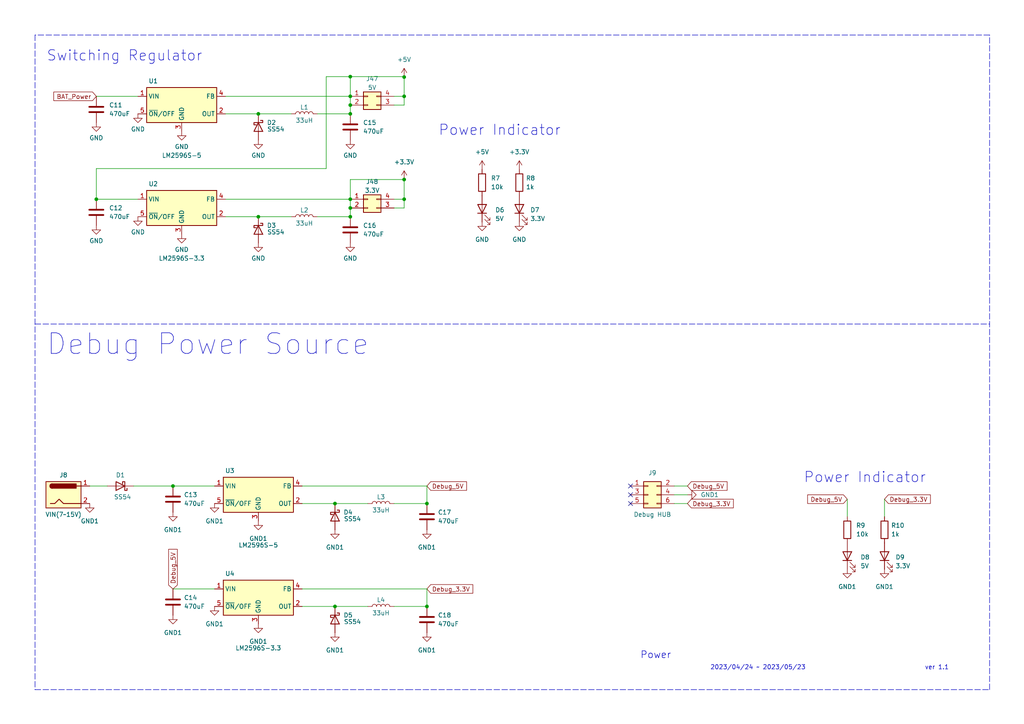
<source format=kicad_sch>
(kicad_sch (version 20250114) (generator "eeschema") (generator_version "9.0")
  (paper "A4")
  (lib_symbols
    (symbol "Connector:Jack-DC" (pin_names (offset 1.016))
      (property "Reference" "J" (at 0 5.334 0))
      (property "Value" "Jack-DC" (at 0 -5.08 0))
      (symbol "Jack-DC_0_1"
        (rectangle (start -5.08 3.81) (end 5.08 -3.81) (stroke (width 0.254)) (fill (type background)))
        (polyline (pts (xy -3.81 -2.54) (xy -2.54 -2.54) (xy -1.27 -1.27) (xy 0 -2.54) (xy 2.54 -2.54) (xy 5.08 -2.54)) (stroke (width 0.254)))
        (arc (start -3.302 1.905) (mid -3.9342 2.54) (end -3.302 3.175) (stroke (width 0.254)))
        (arc (start -3.302 1.905) (mid -3.9342 2.54) (end -3.302 3.175) (stroke (width 0.254)) (fill (type outline)))
        (rectangle (start 3.683 3.175) (end -3.302 1.905) (stroke (width 0.254)) (fill (type outline)))
        (polyline (pts (xy 5.08 2.54) (xy 3.81 2.54)) (stroke (width 0.254)))
      )
      (symbol "Jack-DC_1_1"
        (pin passive line (at 7.62 2.54 180) (length 2.54) (name "~") (number "1"))
        (pin passive line (at 7.62 -2.54 180) (length 2.54) (name "~") (number "2"))
      )
    )
    (symbol "Connector_Generic:Conn_02x02_Counter_Clockwise" (pin_names (offset 1.016) (hide yes))
      (property "Reference" "J" (at 1.27 2.54 0))
      (property "Value" "Conn_02x02_Counter_Clockwise" (at 1.27 -5.08 0))
      (symbol "Conn_02x02_Counter_Clockwise_1_1"
        (rectangle (start -1.27 1.27) (end 3.81 -3.81) (stroke (width 0.254)) (fill (type background)))
        (rectangle (start -1.27 0.127) (end 0 -0.127) (stroke (width 0.1524)))
        (rectangle (start -1.27 -2.413) (end 0 -2.667) (stroke (width 0.1524)))
        (rectangle (start 3.81 0.127) (end 2.54 -0.127) (stroke (width 0.1524)))
        (rectangle (start 3.81 -2.413) (end 2.54 -2.667) (stroke (width 0.1524)))
        (pin passive line (at -5.08 0 0) (length 3.81) (name "Pin_1") (number "1"))
        (pin passive line (at -5.08 -2.54 0) (length 3.81) (name "Pin_2") (number "2"))
        (pin passive line (at 7.62 0 180) (length 3.81) (name "Pin_4") (number "4"))
        (pin passive line (at 7.62 -2.54 180) (length 3.81) (name "Pin_3") (number "3"))
      )
    )
    (symbol "Connector_Generic:Conn_02x03_Odd_Even" (pin_names (offset 1.016) (hide yes))
      (property "Reference" "J" (at 1.27 5.08 0))
      (property "Value" "Conn_02x03_Odd_Even" (at 1.27 -5.08 0))
      (symbol "Conn_02x03_Odd_Even_1_1"
        (rectangle (start -1.27 3.81) (end 3.81 -3.81) (stroke (width 0.254)) (fill (type background)))
        (rectangle (start -1.27 2.667) (end 0 2.413) (stroke (width 0.1524)))
        (rectangle (start -1.27 0.127) (end 0 -0.127) (stroke (width 0.1524)))
        (rectangle (start -1.27 -2.413) (end 0 -2.667) (stroke (width 0.1524)))
        (rectangle (start 3.81 2.667) (end 2.54 2.413) (stroke (width 0.1524)))
        (rectangle (start 3.81 0.127) (end 2.54 -0.127) (stroke (width 0.1524)))
        (rectangle (start 3.81 -2.413) (end 2.54 -2.667) (stroke (width 0.1524)))
        (pin passive line (at -5.08 2.54 0) (length 3.81) (name "Pin_1") (number "1"))
        (pin passive line (at -5.08 0 0) (length 3.81) (name "Pin_3") (number "3"))
        (pin passive line (at -5.08 -2.54 0) (length 3.81) (name "Pin_5") (number "5"))
        (pin passive line (at 7.62 2.54 180) (length 3.81) (name "Pin_2") (number "2"))
        (pin passive line (at 7.62 0 180) (length 3.81) (name "Pin_4") (number "4"))
        (pin passive line (at 7.62 -2.54 180) (length 3.81) (name "Pin_6") (number "6"))
      )
    )
    (symbol "Device:C" (pin_numbers (hide yes)) (pin_names (offset 0.254))
      (property "Reference" "C" (at 0.635 2.54 0))
      (property "Value" "C" (at 0.635 -2.54 0))
      (symbol "C_0_1"
        (polyline (pts (xy -2.032 0.762) (xy 2.032 0.762)) (stroke (width 0.508)))
        (polyline (pts (xy -2.032 -0.762) (xy 2.032 -0.762)) (stroke (width 0.508)))
      )
      (symbol "C_1_1"
        (pin passive line (at 0 3.81 270) (length 2.794) (name "~") (number "1"))
        (pin passive line (at 0 -3.81 90) (length 2.794) (name "~") (number "2"))
      )
    )
    (symbol "Device:L" (pin_numbers (hide yes)) (pin_names (offset 1.016) (hide yes))
      (property "Reference" "L" (at -1.27 0 90))
      (property "Value" "L" (at 1.905 0 90))
      (symbol "L_0_1"
        (arc (start 0 2.54) (mid 0.6323 1.905) (end 0 1.27))
        (arc (start 0 1.27) (mid 0.6323 0.635) (end 0 0))
        (arc (start 0 0) (mid 0.6323 -0.635) (end 0 -1.27))
        (arc (start 0 -1.27) (mid 0.6323 -1.905) (end 0 -2.54))
      )
      (symbol "L_1_1"
        (pin passive line (at 0 3.81 270) (length 1.27) (name "1") (number "1"))
        (pin passive line (at 0 -3.81 90) (length 1.27) (name "2") (number "2"))
      )
    )
    (symbol "Device:LED" (pin_numbers (hide yes)) (pin_names (offset 1.016) (hide yes))
      (property "Reference" "D" (at 0 2.54 0))
      (property "Value" "LED" (at 0 -2.54 0))
      (symbol "LED_0_1"
        (polyline (pts (xy -3.048 -0.762) (xy -4.572 -2.286) (xy -3.81 -2.286) (xy -4.572 -2.286) (xy -4.572 -1.524)))
        (polyline (pts (xy -1.778 -0.762) (xy -3.302 -2.286) (xy -2.54 -2.286) (xy -3.302 -2.286) (xy -3.302 -1.524)))
        (polyline (pts (xy -1.27 0) (xy 1.27 0)))
        (polyline (pts (xy -1.27 -1.27) (xy -1.27 1.27)) (stroke (width 0.254)))
        (polyline (pts (xy 1.27 -1.27) (xy 1.27 1.27) (xy -1.27 0) (xy 1.27 -1.27)) (stroke (width 0.254)))
      )
      (symbol "LED_1_1"
        (pin passive line (at -3.81 0 0) (length 2.54) (name "K") (number "1"))
        (pin passive line (at 3.81 0 180) (length 2.54) (name "A") (number "2"))
      )
    )
    (symbol "Device:R" (pin_numbers (hide yes)) (pin_names (offset 0))
      (property "Reference" "R" (at 2.032 0 90))
      (property "Value" "R" (at 0 0 90))
      (symbol "R_0_1"
        (rectangle (start -1.016 -2.54) (end 1.016 2.54) (stroke (width 0.254)))
      )
      (symbol "R_1_1"
        (pin passive line (at 0 3.81 270) (length 1.27) (name "~") (number "1"))
        (pin passive line (at 0 -3.81 90) (length 1.27) (name "~") (number "2"))
      )
    )
    (symbol "Diode:1N5821" (pin_numbers (hide yes)) (pin_names (offset 1.016) (hide yes))
      (property "Reference" "D" (at 0 2.54 0))
      (property "Value" "1N5821" (at 0 -2.54 0))
      (symbol "1N5821_0_1"
        (polyline (pts (xy -1.905 0.635) (xy -1.905 1.27) (xy -1.27 1.27) (xy -1.27 -1.27) (xy -0.635 -1.27) (xy -0.635 -0.635)) (stroke (width 0.254)))
        (polyline (pts (xy 1.27 1.27) (xy 1.27 -1.27) (xy -1.27 0) (xy 1.27 1.27)) (stroke (width 0.254)))
        (polyline (pts (xy 1.27 0) (xy -1.27 0)))
      )
      (symbol "1N5821_1_1"
        (pin passive line (at -3.81 0 0) (length 2.54) (name "K") (number "1"))
        (pin passive line (at 3.81 0 180) (length 2.54) (name "A") (number "2"))
      )
    )
    (symbol "Regulator_Switching:LM2596S-3.3"
      (property "Reference" "U" (at -10.16 6.35 0))
      (property "Value" "LM2596S-3.3" (at 0 6.35 0))
      (symbol "LM2596S-3.3_0_1"
        (rectangle (start -10.16 5.08) (end 10.16 -5.08) (stroke (width 0.254)) (fill (type background)))
      )
      (symbol "LM2596S-3.3_1_1"
        (pin power_in line (at -12.7 2.54 0) (length 2.54) (name "VIN") (number "1"))
        (pin input line (at -12.7 -2.54 0) (length 2.54) (name "~{ON}/OFF") (number "5"))
        (pin power_in line (at 0 -7.62 90) (length 2.54) (name "GND") (number "3"))
        (pin input line (at 12.7 2.54 180) (length 2.54) (name "FB") (number "4"))
        (pin output line (at 12.7 -2.54 180) (length 2.54) (name "OUT") (number "2"))
      )
    )
    (symbol "Regulator_Switching:LM2596S-5"
      (property "Reference" "U" (at -10.16 6.35 0))
      (property "Value" "LM2596S-5" (at 0 6.35 0))
      (symbol "LM2596S-5_0_1"
        (rectangle (start -10.16 5.08) (end 10.16 -5.08) (stroke (width 0.254)) (fill (type background)))
      )
      (symbol "LM2596S-5_1_1"
        (pin power_in line (at -12.7 2.54 0) (length 2.54) (name "VIN") (number "1"))
        (pin input line (at -12.7 -2.54 0) (length 2.54) (name "~{ON}/OFF") (number "5"))
        (pin power_in line (at 0 -7.62 90) (length 2.54) (name "GND") (number "3"))
        (pin input line (at 12.7 2.54 180) (length 2.54) (name "FB") (number "4"))
        (pin output line (at 12.7 -2.54 180) (length 2.54) (name "OUT") (number "2"))
      )
    )
    (symbol "nixie-cache:+5V" (power) (pin_names (offset 0))
      (property "Value" "+5V" (at 0 3.556 0))
      (symbol "+5V_0_1"
        (polyline (pts (xy -0.762 1.27) (xy 0 2.54)))
        (polyline (pts (xy 0 2.54) (xy 0.762 1.27)))
        (polyline (pts (xy 0 0) (xy 0 2.54)))
      )
      (symbol "+5V_1_1"
        (pin power_in line (at 0 0 90) (length 0) (hide yes) (name "+5V") (number "1"))
      )
    )
    (symbol "nixie-cache:GND" (power) (pin_names (offset 0))
      (property "Value" "GND" (at 0 -3.81 0))
      (symbol "GND_0_1"
        (polyline (pts (xy 0 0) (xy 0 -1.27) (xy 1.27 -1.27) (xy 0 -2.54) (xy -1.27 -1.27) (xy 0 -1.27)))
      )
      (symbol "GND_1_1"
        (pin power_in line (at 0 0 270) (length 0) (hide yes) (name "GND") (number "1"))
      )
    )
    (symbol "power:+3.3V" (power) (pin_names (offset 0))
      (property "Value" "+3.3V" (at 0 3.556 0))
      (symbol "+3.3V_0_1"
        (polyline (pts (xy -0.762 1.27) (xy 0 2.54)))
        (polyline (pts (xy 0 2.54) (xy 0.762 1.27)))
        (polyline (pts (xy 0 0) (xy 0 2.54)))
      )
      (symbol "+3.3V_1_1"
        (pin power_in line (at 0 0 90) (length 0) (hide yes) (name "+3.3V") (number "1"))
      )
    )
    (symbol "power:GND" (power) (pin_names (offset 0))
      (property "Value" "GND" (at 0 -3.81 0))
      (symbol "GND_0_1"
        (polyline (pts (xy 0 0) (xy 0 -1.27) (xy 1.27 -1.27) (xy 0 -2.54) (xy -1.27 -1.27) (xy 0 -1.27)))
      )
      (symbol "GND_1_1"
        (pin power_in line (at 0 0 270) (length 0) (hide yes) (name "GND") (number "1"))
      )
    )
    (symbol "power:GND1" (power) (pin_names (offset 0))
      (property "Value" "GND1" (at 0 -3.81 0))
      (symbol "GND1_0_1"
        (polyline (pts (xy 0 0) (xy 0 -1.27) (xy 1.27 -1.27) (xy 0 -2.54) (xy -1.27 -1.27) (xy 0 -1.27)))
      )
      (symbol "GND1_1_1"
        (pin power_in line (at 0 0 270) (length 0) (hide yes) (name "GND1") (number "1"))
      )
    )
  )
  (text "Power Indicator" (at 233.045 140.335 0) (effects (font (size 3 3)) (justify left bottom)))
  (text "Debug Power Source" (at 13.335 103.505 0) (effects (font (size 6 6)) (justify left bottom)))
  (text "ver 1.1" (at 268.224 194.437 0) (effects (font (size 1.27 1.27)) (justify left bottom)))
  (text "2023/04/24 ~ 2023/05/23" (at 205.994 194.437 0) (effects (font (size 1.27 1.27)) (justify left bottom)))
  (text "Power" (at 185.674 191.262 0) (effects (font (size 2 2)) (justify left bottom)))
  (text "Power Indicator" (at 127.127 39.624 0) (effects (font (size 3 3)) (justify left bottom)))
  (text "Switching Regulator" (at 13.462 18.034 0) (effects (font (size 3 3)) (justify left bottom)))
  (junction (at 101.6 33.02))
  (junction (at 117.221 22.352))
  (junction (at 27.94 57.785))
  (junction (at 97.155 146.05))
  (junction (at 101.6 22.225))
  (junction (at 101.6 30.48))
  (junction (at 74.93 33.02))
  (junction (at 101.6 27.94))
  (junction (at 123.825 146.05))
  (junction (at 97.155 175.895))
  (junction (at 101.6 60.325))
  (junction (at 123.825 175.895))
  (junction (at 117.221 52.07))
  (junction (at 117.221 57.785))
  (junction (at 101.6 62.865))
  (junction (at 74.93 62.865))
  (junction (at 50.165 140.97))
  (junction (at 101.6 57.785))
  (junction (at 117.221 27.94))
  (no_connect (at 182.88 146.05))
  (no_connect (at 182.88 140.97))
  (no_connect (at 182.88 143.51))
  (polyline (pts (xy 10.16 200.025) (xy 118.11 200.025)) (stroke (width 0) (type dash)))
  (wire (pts (xy 101.6 22.225) (xy 94.615 22.225)))
  (wire (pts (xy 245.745 144.78) (xy 245.745 149.86)))
  (wire (pts (xy 114.3 57.785) (xy 117.221 57.785)))
  (wire (pts (xy 101.6 30.48) (xy 101.6 33.02)))
  (wire (pts (xy 117.221 22.352) (xy 117.221 27.94)))
  (wire (pts (xy 27.94 27.94) (xy 40.005 27.94)))
  (wire (pts (xy 50.165 140.97) (xy 62.23 140.97)))
  (wire (pts (xy 199.39 143.51) (xy 195.58 143.51)))
  (wire (pts (xy 65.405 57.785) (xy 101.6 57.785)))
  (wire (pts (xy 92.075 62.865) (xy 101.6 62.865)))
  (wire (pts (xy 94.615 22.225) (xy 94.615 48.895)))
  (wire (pts (xy 74.93 62.865) (xy 84.455 62.865)))
  (polyline (pts (xy 10.16 93.98) (xy 287.02 93.98)) (stroke (width 0) (type dash)))
  (wire (pts (xy 97.155 146.05) (xy 106.68 146.05)))
  (wire (pts (xy 101.6 57.785) (xy 101.6 60.325)))
  (wire (pts (xy 74.93 33.02) (xy 84.455 33.02)))
  (wire (pts (xy 101.6 52.07) (xy 101.6 57.785)))
  (wire (pts (xy 94.615 48.895) (xy 27.94 48.895)))
  (wire (pts (xy 26.035 140.97) (xy 31.115 140.97)))
  (polyline (pts (xy 287.02 200.025) (xy 287.02 10.16)) (stroke (width 0) (type dash)))
  (polyline (pts (xy 118.11 200.025) (xy 287.02 200.025)) (stroke (width 0) (type dash)))
  (wire (pts (xy 101.6 60.325) (xy 101.6 62.865)))
  (wire (pts (xy 256.54 144.78) (xy 256.54 149.86)))
  (wire (pts (xy 27.94 48.895) (xy 27.94 57.785)))
  (polyline (pts (xy 10.16 10.16) (xy 10.16 200.025)) (stroke (width 0) (type dash)))
  (wire (pts (xy 114.3 175.895) (xy 123.825 175.895)))
  (wire (pts (xy 65.405 62.865) (xy 74.93 62.865)))
  (wire (pts (xy 97.155 175.895) (xy 106.68 175.895)))
  (wire (pts (xy 101.6 27.94) (xy 101.6 30.48)))
  (wire (pts (xy 114.3 27.94) (xy 117.221 27.94)))
  (wire (pts (xy 50.165 170.815) (xy 62.23 170.815)))
  (wire (pts (xy 87.63 170.815) (xy 123.825 170.815)))
  (wire (pts (xy 92.075 33.02) (xy 101.6 33.02)))
  (polyline (pts (xy 287.02 10.16) (xy 10.16 10.16)) (stroke (width 0) (type dash)))
  (wire (pts (xy 199.39 140.97) (xy 195.58 140.97)))
  (wire (pts (xy 117.221 52.07) (xy 117.221 57.785)))
  (wire (pts (xy 87.63 146.05) (xy 97.155 146.05)))
  (wire (pts (xy 117.221 22.225) (xy 117.221 22.352)))
  (wire (pts (xy 117.221 60.325) (xy 114.3 60.325)))
  (wire (pts (xy 38.735 140.97) (xy 50.165 140.97)))
  (wire (pts (xy 101.6 52.07) (xy 117.221 52.07)))
  (wire (pts (xy 123.825 140.97) (xy 123.825 146.05)))
  (wire (pts (xy 65.405 33.02) (xy 74.93 33.02)))
  (wire (pts (xy 87.63 175.895) (xy 97.155 175.895)))
  (wire (pts (xy 27.94 57.785) (xy 40.005 57.785)))
  (wire (pts (xy 114.3 146.05) (xy 123.825 146.05)))
  (wire (pts (xy 117.221 30.48) (xy 114.3 30.48)))
  (wire (pts (xy 199.39 146.05) (xy 195.58 146.05)))
  (wire (pts (xy 123.825 170.815) (xy 123.825 175.895)))
  (wire (pts (xy 87.63 140.97) (xy 123.825 140.97)))
  (wire (pts (xy 117.221 27.94) (xy 117.221 30.48)))
  (wire (pts (xy 101.6 22.225) (xy 117.221 22.225)))
  (wire (pts (xy 65.405 27.94) (xy 101.6 27.94)))
  (wire (pts (xy 101.6 27.94) (xy 101.6 22.225)))
  (wire (pts (xy 117.221 57.785) (xy 117.221 60.325)))
  (global_label "Debug_5V" (shape input) (at 199.39 140.97 0) (property "Intersheetrefs" "${INTERSHEET_REFS}" (effects (hide yes))))
  (global_label "Debug_3.3V" (shape input) (at 256.54 144.78 0) (property "Intersheetrefs" "${INTERSHEET_REFS}" (effects (hide yes))))
  (global_label "BAT_Power" (shape input) (at 27.94 27.94 180) (property "Intersheetrefs" "${INTERSHEET_REFS}" (effects (hide yes))))
  (global_label "Debug_3.3V" (shape input) (at 123.825 170.815 0) (property "Intersheetrefs" "${INTERSHEET_REFS}" (effects (hide yes))))
  (global_label "Debug_3.3V" (shape input) (at 199.39 146.05 0) (property "Intersheetrefs" "${INTERSHEET_REFS}" (effects (hide yes))))
  (global_label "Debug_5V" (shape input) (at 245.745 144.78 180) (property "Intersheetrefs" "${INTERSHEET_REFS}" (effects (hide yes))))
  (global_label "Debug_5V" (shape input) (at 123.825 140.97 0) (property "Intersheetrefs" "${INTERSHEET_REFS}" (effects (hide yes))))
  (global_label "Debug_5V" (shape input) (at 50.165 170.815 90) (property "Intersheetrefs" "${INTERSHEET_REFS}" (effects (hide yes))))
  (symbol (lib_id "power:GND1") (at 62.23 175.895 0) (unit 1)
    (property "Reference" "#PWR0150" (effects (hide yes)))
    (property "Value" "GND1" (at 62.23 180.975 0))
  )
  (symbol (lib_id "power:GND1") (at 199.39 143.51 90) (unit 1)
    (property "Reference" "#PWR0168" (effects (hide yes)))
    (property "Value" "GND1" (at 203.2 143.5099 90) (effects (justify right)))
  )
  (symbol (lib_id "nixie-cache:GND") (at 52.705 38.1 0) (mirror y) (unit 1)
    (property "Reference" "#PWR0140" (effects (hide yes)))
    (property "Value" "GND" (at 52.705 42.545 0))
  )
  (symbol (lib_id "nixie-cache:GND") (at 40.005 33.02 0) (mirror y) (unit 1)
    (property "Reference" "#PWR0142" (effects (hide yes)))
    (property "Value" "GND" (at 40.005 37.465 0))
  )
  (symbol (lib_id "Device:L") (at 110.49 175.895 90) (unit 1)
    (property "Reference" "L4" (at 110.49 173.99 90))
    (property "Value" "33uH" (at 110.49 177.8 90))
    (property "Footprint" "Inductor_SMD:L_12x12mm_H8mm" (effects (hide yes)))
  )
  (symbol (lib_id "Device:L") (at 88.265 33.02 90) (unit 1)
    (property "Reference" "L1" (at 88.265 31.115 90))
    (property "Value" "33uH" (at 88.265 34.925 90))
    (property "Footprint" "Inductor_SMD:L_12x12mm_H8mm" (effects (hide yes)))
  )
  (symbol (lib_id "power:+3.3V") (at 117.221 52.07 0) (unit 1)
    (property "Reference" "#PWR0117" (effects (hide yes)))
    (property "Value" "+3.3V" (at 117.221 46.99 0))
  )
  (symbol (lib_id "nixie-cache:GND") (at 74.93 70.485 0) (mirror y) (unit 1)
    (property "Reference" "#PWR0139" (effects (hide yes)))
    (property "Value" "GND" (at 74.93 74.93 0))
  )
  (symbol (lib_id "power:GND1") (at 62.23 146.05 0) (unit 1)
    (property "Reference" "#PWR0153" (effects (hide yes)))
    (property "Value" "GND1" (at 62.23 151.13 0))
  )
  (symbol (lib_id "Regulator_Switching:LM2596S-3.3") (at 74.93 173.355 0) (unit 1)
    (property "Reference" "U4" (at 66.675 166.37 0))
    (property "Value" "LM2596S-3.3" (at 74.93 187.96 0))
    (property "Footprint" "Package_TO_SOT_SMD:TO-263-5_TabPin3" (effects (hide yes)))
    (property "Datasheet" "http://www.ti.com/lit/ds/symlink/lm2596.pdf" (effects (hide yes)))
  )
  (symbol (lib_id "Device:C") (at 123.825 149.86 0) (unit 1)
    (property "Reference" "C17" (at 127 148.5899 0) (effects (justify left)))
    (property "Value" "470uF" (at 127 151.1299 0) (effects (justify left)))
    (property "Footprint" "PCB:MVG25WV470M" (effects (hide yes)))
  )
  (symbol (lib_id "Device:C") (at 101.6 66.675 0) (unit 1)
    (property "Reference" "C16" (at 105.283 65.4049 0) (effects (justify left)))
    (property "Value" "470uF" (at 105.283 67.9449 0) (effects (justify left)))
    (property "Footprint" "PCB:MVG25WV470M" (effects (hide yes)))
  )
  (symbol (lib_id "power:GND") (at 139.827 64.389 0) (unit 1)
    (property "Reference" "#PWR0161" (effects (hide yes)))
    (property "Value" "GND" (at 139.827 69.469 0))
  )
  (symbol (lib_id "nixie-cache:GND") (at 101.6 70.485 0) (unit 1)
    (property "Reference" "#PWR0138" (effects (hide yes)))
    (property "Value" "GND" (at 101.6 74.93 0))
  )
  (symbol (lib_id "Diode:1N5821") (at 97.155 149.86 270) (unit 1)
    (property "Reference" "D4" (at 100.965 148.59 90))
    (property "Value" "SS54" (at 102.235 150.495 90))
    (property "Footprint" "PCB:SS54" (effects (hide yes)))
    (property "Datasheet" "http://www.vishay.com/docs/88526/1n5820.pdf" (effects (hide yes)))
  )
  (symbol (lib_id "Device:LED") (at 150.622 60.579 90) (unit 1)
    (property "Reference" "D7" (at 153.797 60.8964 90) (effects (justify right)))
    (property "Value" "3.3V" (at 153.797 63.4364 90) (effects (justify right)))
    (property "Footprint" "LED_SMD:LED_0805_2012Metric" (effects (hide yes)))
  )
  (symbol (lib_id "Regulator_Switching:LM2596S-5") (at 74.93 143.51 0) (unit 1)
    (property "Reference" "U3" (at 66.675 136.525 0))
    (property "Value" "LM2596S-5" (at 74.93 158.115 0))
    (property "Footprint" "Package_TO_SOT_SMD:TO-263-5_TabPin3" (effects (hide yes)))
    (property "Datasheet" "http://www.ti.com/lit/ds/symlink/lm2596.pdf" (effects (hide yes)))
  )
  (symbol (lib_id "power:GND") (at 150.622 64.389 0) (unit 1)
    (property "Reference" "#PWR0162" (effects (hide yes)))
    (property "Value" "GND" (at 150.622 69.469 0))
  )
  (symbol (lib_id "Device:R") (at 256.54 153.67 0) (unit 1)
    (property "Reference" "R10" (at 258.445 152.3999 0) (effects (justify left)))
    (property "Value" "1k" (at 258.445 154.9399 0) (effects (justify left)))
    (property "Footprint" "Resistor_SMD:R_0805_2012Metric" (effects (hide yes)))
  )
  (symbol (lib_id "Device:LED") (at 245.745 161.29 90) (unit 1)
    (property "Reference" "D8" (at 249.555 161.6074 90) (effects (justify right)))
    (property "Value" "5V" (at 249.555 164.1474 90) (effects (justify right)))
    (property "Footprint" "LED_SMD:LED_0805_2012Metric" (effects (hide yes)))
  )
  (symbol (lib_id "power:GND1") (at 123.825 183.515 0) (unit 1)
    (property "Reference" "#PWR0163" (effects (hide yes)))
    (property "Value" "GND1" (at 123.825 188.595 0))
  )
  (symbol (lib_id "power:GND1") (at 74.93 180.975 0) (unit 1)
    (property "Reference" "#PWR0155" (effects (hide yes)))
    (property "Value" "GND1" (at 74.93 186.055 0))
  )
  (symbol (lib_id "nixie-cache:GND") (at 27.94 35.56 0) (mirror y) (unit 1)
    (property "Reference" "#PWR0141" (effects (hide yes)))
    (property "Value" "GND" (at 27.94 40.005 0))
  )
  (symbol (lib_id "Device:R") (at 245.745 153.67 0) (unit 1)
    (property "Reference" "R9" (at 248.285 152.3999 0) (effects (justify left)))
    (property "Value" "10k" (at 248.285 154.9399 0) (effects (justify left)))
    (property "Footprint" "Resistor_SMD:R_0805_2012Metric" (effects (hide yes)))
  )
  (symbol (lib_id "Diode:1N5821") (at 97.155 179.705 270) (unit 1)
    (property "Reference" "D5" (at 100.965 178.435 90))
    (property "Value" "SS54" (at 102.235 180.34 90))
    (property "Footprint" "PCB:SS54" (effects (hide yes)))
    (property "Datasheet" "http://www.vishay.com/docs/88526/1n5820.pdf" (effects (hide yes)))
  )
  (symbol (lib_id "Device:C") (at 50.165 144.78 0) (mirror y) (unit 1)
    (property "Reference" "C13" (at 53.34 143.5099 0) (effects (justify right)))
    (property "Value" "470uF" (at 53.34 146.0499 0) (effects (justify right)))
    (property "Footprint" "PCB:MVG25WV470M" (effects (hide yes)))
  )
  (symbol (lib_id "Device:R") (at 150.622 52.959 0) (unit 1)
    (property "Reference" "R8" (at 152.527 51.6889 0) (effects (justify left)))
    (property "Value" "1k" (at 152.527 54.2289 0) (effects (justify left)))
    (property "Footprint" "Resistor_SMD:R_0805_2012Metric" (effects (hide yes)))
  )
  (symbol (lib_id "Device:L") (at 88.265 62.865 90) (unit 1)
    (property "Reference" "L2" (at 88.265 60.96 90))
    (property "Value" "33uH" (at 88.265 64.77 90))
    (property "Footprint" "Inductor_SMD:L_12x12mm_H8mm" (effects (hide yes)))
  )
  (symbol (lib_id "Device:C") (at 27.94 61.595 0) (mirror y) (unit 1)
    (property "Reference" "C12" (at 31.623 60.3249 0) (effects (justify right)))
    (property "Value" "470uF" (at 31.623 62.8649 0) (effects (justify right)))
    (property "Footprint" "PCB:MVG25WV470M" (effects (hide yes)))
  )
  (symbol (lib_id "power:GND1") (at 50.165 148.59 0) (unit 1)
    (property "Reference" "#PWR0157" (effects (hide yes)))
    (property "Value" "GND1" (at 50.165 153.67 0))
  )
  (symbol (lib_id "Device:LED") (at 139.827 60.579 90) (unit 1)
    (property "Reference" "D6" (at 143.637 60.8964 90) (effects (justify right)))
    (property "Value" "5V" (at 143.637 63.4364 90) (effects (justify right)))
    (property "Footprint" "LED_SMD:LED_0805_2012Metric" (effects (hide yes)))
  )
  (symbol (lib_id "Device:LED") (at 256.54 161.29 90) (unit 1)
    (property "Reference" "D9" (at 259.715 161.6074 90) (effects (justify right)))
    (property "Value" "3.3V" (at 259.715 164.1474 90) (effects (justify right)))
    (property "Footprint" "LED_SMD:LED_0805_2012Metric" (effects (hide yes)))
  )
  (symbol (lib_id "Device:C") (at 123.825 179.705 0) (unit 1)
    (property "Reference" "C18" (at 127 178.4349 0) (effects (justify left)))
    (property "Value" "470uF" (at 127 180.9749 0) (effects (justify left)))
    (property "Footprint" "PCB:MVG25WV470M" (effects (hide yes)))
  )
  (symbol (lib_id "power:GND1") (at 256.54 165.1 0) (unit 1)
    (property "Reference" "#PWR0165" (effects (hide yes)))
    (property "Value" "GND1" (at 256.54 170.18 0))
  )
  (symbol (lib_id "power:GND1") (at 123.825 153.67 0) (unit 1)
    (property "Reference" "#PWR0164" (effects (hide yes)))
    (property "Value" "GND1" (at 123.825 158.75 0))
  )
  (symbol (lib_id "nixie-cache:GND") (at 40.005 62.865 0) (mirror y) (unit 1)
    (property "Reference" "#PWR0148" (effects (hide yes)))
    (property "Value" "GND" (at 40.005 67.31 0))
  )
  (symbol (lib_id "nixie-cache:+5V") (at 139.827 49.149 0) (unit 1)
    (property "Reference" "#PWR0159" (effects (hide yes)))
    (property "Value" "+5V" (at 139.827 44.069 0))
  )
  (symbol (lib_id "Diode:1N5821") (at 74.93 36.83 270) (unit 1)
    (property "Reference" "D2" (at 78.74 35.56 90))
    (property "Value" "SS54" (at 80.01 37.465 90))
    (property "Footprint" "PCB:SS54" (effects (hide yes)))
    (property "Datasheet" "http://www.vishay.com/docs/88526/1n5820.pdf" (effects (hide yes)))
  )
  (symbol (lib_id "Device:C") (at 50.165 174.625 0) (mirror y) (unit 1)
    (property "Reference" "C14" (at 53.34 173.3549 0) (effects (justify right)))
    (property "Value" "470uF" (at 53.34 175.8949 0) (effects (justify right)))
    (property "Footprint" "PCB:MVG25WV470M" (effects (hide yes)))
  )
  (symbol (lib_id "Connector_Generic:Conn_02x02_Counter_Clockwise") (at 106.68 57.785 0) (unit 1)
    (property "Reference" "J48" (at 107.95 52.705 0))
    (property "Value" "3.3V" (at 107.95 55.245 0))
    (property "Footprint" "Connector_PinSocket_2.54mm:PinSocket_2x02_P2.54mm_Vertical" (effects (hide yes)))
  )
  (symbol (lib_id "nixie-cache:GND") (at 52.705 67.945 0) (mirror y) (unit 1)
    (property "Reference" "#PWR0143" (effects (hide yes)))
    (property "Value" "GND" (at 52.705 72.39 0))
  )
  (symbol (lib_id "Connector_Generic:Conn_02x02_Counter_Clockwise") (at 106.68 27.94 0) (unit 1)
    (property "Reference" "J47" (at 107.95 22.86 0))
    (property "Value" "5V" (at 107.95 25.4 0))
    (property "Footprint" "Connector_PinSocket_2.54mm:PinSocket_2x02_P2.54mm_Vertical" (effects (hide yes)))
  )
  (symbol (lib_id "power:GND1") (at 50.165 178.435 0) (unit 1)
    (property "Reference" "#PWR0151" (effects (hide yes)))
    (property "Value" "GND1" (at 50.165 183.515 0))
  )
  (symbol (lib_id "nixie-cache:GND") (at 101.6 40.64 0) (unit 1)
    (property "Reference" "#PWR0145" (effects (hide yes)))
    (property "Value" "GND" (at 101.6 45.085 0))
  )
  (symbol (lib_id "power:GND1") (at 26.035 146.05 0) (unit 1)
    (property "Reference" "#PWR0158" (effects (hide yes)))
    (property "Value" "GND1" (at 26.035 151.13 0))
  )
  (symbol (lib_id "Device:C") (at 101.6 36.83 0) (unit 1)
    (property "Reference" "C15" (at 105.283 35.5599 0) (effects (justify left)))
    (property "Value" "470uF" (at 105.283 38.0999 0) (effects (justify left)))
    (property "Footprint" "PCB:MVG25WV470M" (effects (hide yes)))
  )
  (symbol (lib_id "power:GND1") (at 97.155 153.67 0) (unit 1)
    (property "Reference" "#PWR0152" (effects (hide yes)))
    (property "Value" "GND1" (at 97.155 158.75 0))
  )
  (symbol (lib_id "nixie-cache:GND") (at 74.93 40.64 0) (mirror y) (unit 1)
    (property "Reference" "#PWR0146" (effects (hide yes)))
    (property "Value" "GND" (at 74.93 45.085 0))
  )
  (symbol (lib_id "power:GND1") (at 245.745 165.1 0) (unit 1)
    (property "Reference" "#PWR0167" (effects (hide yes)))
    (property "Value" "GND1" (at 245.745 170.18 0))
  )
  (symbol (lib_id "Diode:1N5821") (at 34.925 140.97 180) (unit 1)
    (property "Reference" "D1" (at 34.925 137.795 0))
    (property "Value" "SS54" (at 35.56 144.145 0))
    (property "Footprint" "PCB:SS54" (effects (hide yes)))
    (property "Datasheet" "http://www.vishay.com/docs/88526/1n5820.pdf" (effects (hide yes)))
  )
  (symbol (lib_id "nixie-cache:GND") (at 27.94 65.405 0) (mirror y) (unit 1)
    (property "Reference" "#PWR0144" (effects (hide yes)))
    (property "Value" "GND" (at 27.94 69.85 0))
  )
  (symbol (lib_id "Regulator_Switching:LM2596S-5") (at 52.705 30.48 0) (unit 1)
    (property "Reference" "U1" (at 44.45 23.495 0))
    (property "Value" "LM2596S-5" (at 52.705 45.085 0))
    (property "Footprint" "Package_TO_SOT_SMD:TO-263-5_TabPin3" (effects (hide yes)))
    (property "Datasheet" "http://www.ti.com/lit/ds/symlink/lm2596.pdf" (effects (hide yes)))
  )
  (symbol (lib_id "nixie-cache:+5V") (at 117.221 22.352 0) (unit 1)
    (property "Reference" "#PWR0114" (effects (hide yes)))
    (property "Value" "+5V" (at 117.221 17.272 0))
  )
  (symbol (lib_id "Diode:1N5821") (at 74.93 66.675 270) (unit 1)
    (property "Reference" "D3" (at 78.74 65.405 90))
    (property "Value" "SS54" (at 80.01 67.31 90))
    (property "Footprint" "PCB:SS54" (effects (hide yes)))
    (property "Datasheet" "http://www.vishay.com/docs/88526/1n5820.pdf" (effects (hide yes)))
  )
  (symbol (lib_id "Connector_Generic:Conn_02x03_Odd_Even") (at 187.96 143.51 0) (unit 1)
    (property "Reference" "J9" (at 189.23 137.16 0))
    (property "Value" "Debug HUB" (at 189.23 149.225 0))
    (property "Footprint" "Connector_PinHeader_2.54mm:PinHeader_2x03_P2.54mm_Vertical" (effects (hide yes)))
  )
  (symbol (lib_id "power:GND1") (at 97.155 183.515 0) (unit 1)
    (property "Reference" "#PWR0156" (effects (hide yes)))
    (property "Value" "GND1" (at 97.155 188.595 0))
  )
  (symbol (lib_id "power:+3.3V") (at 150.622 49.149 0) (unit 1)
    (property "Reference" "#PWR0160" (effects (hide yes)))
    (property "Value" "+3.3V" (at 150.622 44.069 0))
  )
  (symbol (lib_id "Connector:Jack-DC") (at 18.415 143.51 0) (unit 1)
    (property "Reference" "J8" (at 18.415 137.795 0))
    (property "Value" "VIN(7~15V)" (at 18.415 149.225 0))
    (property "Footprint" "Connector_BarrelJack:BarrelJack_Horizontal" (effects (hide yes)))
  )
  (symbol (lib_id "Regulator_Switching:LM2596S-3.3") (at 52.705 60.325 0) (unit 1)
    (property "Reference" "U2" (at 44.45 53.34 0))
    (property "Value" "LM2596S-3.3" (at 52.705 74.93 0))
    (property "Footprint" "Package_TO_SOT_SMD:TO-263-5_TabPin3" (effects (hide yes)))
    (property "Datasheet" "http://www.ti.com/lit/ds/symlink/lm2596.pdf" (effects (hide yes)))
  )
  (symbol (lib_id "Device:L") (at 110.49 146.05 90) (unit 1)
    (property "Reference" "L3" (at 110.49 144.145 90))
    (property "Value" "33uH" (at 110.49 147.955 90))
    (property "Footprint" "Inductor_SMD:L_12x12mm_H8mm" (effects (hide yes)))
  )
  (symbol (lib_id "power:GND1") (at 74.93 151.13 0) (unit 1)
    (property "Reference" "#PWR0154" (effects (hide yes)))
    (property "Value" "GND1" (at 74.93 156.21 0))
  )
  (symbol (lib_id "Device:R") (at 139.827 52.959 0) (unit 1)
    (property "Reference" "R7" (at 142.367 51.6889 0) (effects (justify left)))
    (property "Value" "10k" (at 142.367 54.2289 0) (effects (justify left)))
    (property "Footprint" "Resistor_SMD:R_0805_2012Metric" (effects (hide yes)))
  )
  (symbol (lib_id "Device:C") (at 27.94 31.75 0) (mirror y) (unit 1)
    (property "Reference" "C11" (at 31.623 30.4799 0) (effects (justify right)))
    (property "Value" "470uF" (at 31.623 33.0199 0) (effects (justify right)))
    (property "Footprint" "PCB:MVG25WV470M" (effects (hide yes)))
  )
)
</source>
